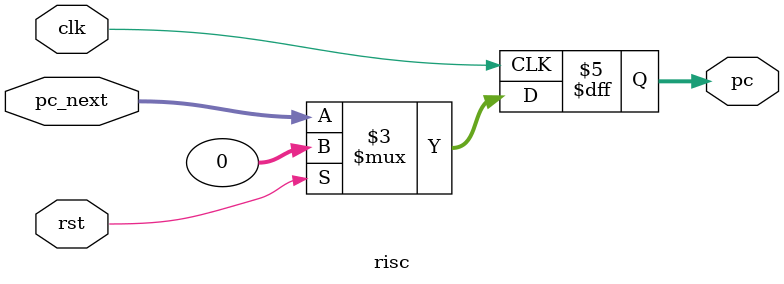
<source format=sv>
module risc #(parameter n =32) (
     input  logic clk,
    input  logic rst,                    //sync_ff
	 
    input  logic [n-1:0] pc_next,
    output logic [n-1:0] pc);

always_ff @(posedge clk) begin
    if (rst) begin
        pc <= '0;
    end else begin
        pc <= pc_next;
    end
end

endmodule
</source>
